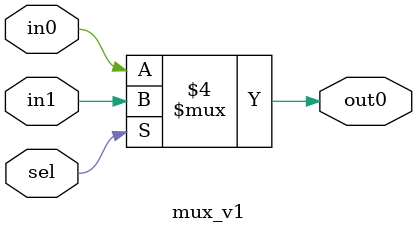
<source format=v>
`timescale 1ns / 1ps


module mux_v1(  input   in0,
                input   in1,
                input   sel,
                output  reg out0

    );
    
    always  @(*)
    begin
        if(sel == 0)
            begin
                out0 = in0;
            end
        else
            begin
                out0 = in1;
            end
         
    end
endmodule

</source>
